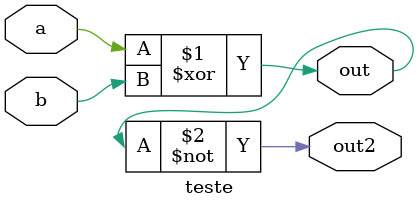
<source format=v>

module teste(a, b, out, out2);

input a, b;
output out, out2;

xor #3 (out, a, b);

not #10 (out2, out);

endmodule




</source>
